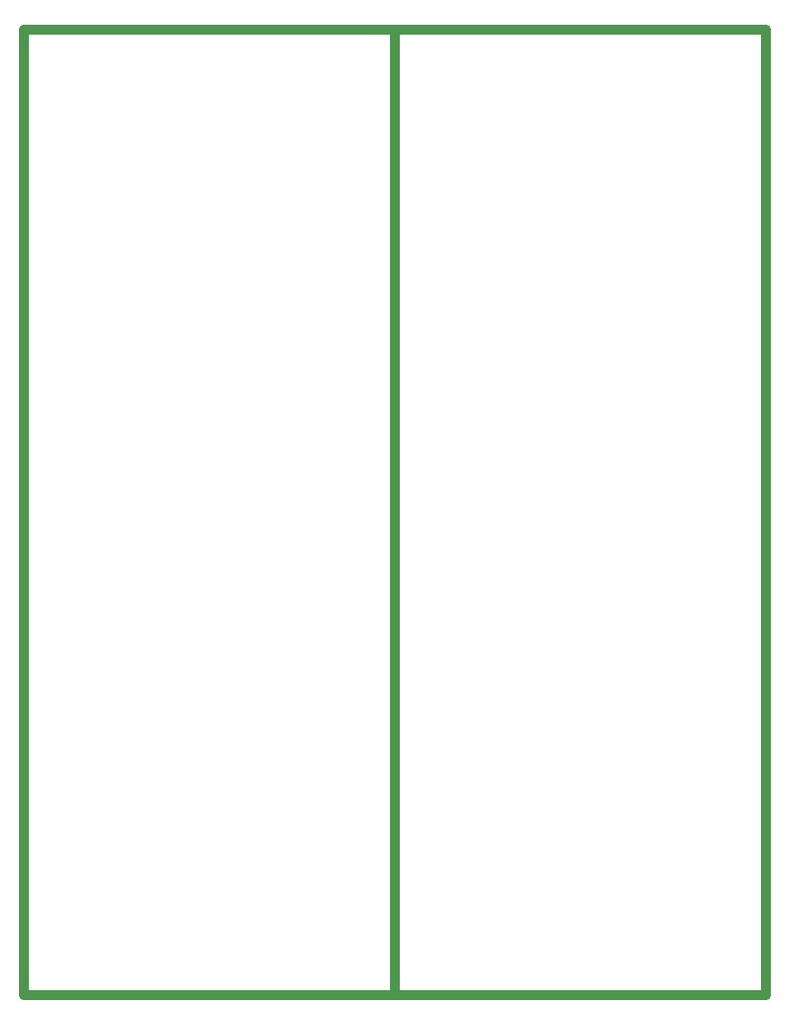
<source format=gbr>
%TF.GenerationSoftware,KiCad,Pcbnew,6.0.10-86aedd382b~118~ubuntu22.04.1*%
%TF.CreationDate,2022-12-28T16:13:35+01:00*%
%TF.ProjectId,BM83_breadboard_adapter_panel,424d3833-5f62-4726-9561-64626f617264,rev?*%
%TF.SameCoordinates,Original*%
%TF.FileFunction,Profile,NP*%
%FSLAX46Y46*%
G04 Gerber Fmt 4.6, Leading zero omitted, Abs format (unit mm)*
G04 Created by KiCad (PCBNEW 6.0.10-86aedd382b~118~ubuntu22.04.1) date 2022-12-28 16:13:35*
%MOMM*%
%LPD*%
G01*
G04 APERTURE LIST*
%TA.AperFunction,Profile*%
%ADD10C,1.000000*%
%TD*%
G04 APERTURE END LIST*
D10*
X230682800Y-83743800D02*
X230682800Y-182803800D01*
X192582800Y-83743800D02*
X192582800Y-182803800D01*
X192582800Y-83743800D02*
X230682800Y-83743800D01*
X192582800Y-182803800D02*
X230682800Y-182803800D01*
X154482800Y-83743800D02*
X192582800Y-83743800D01*
X154482800Y-182803800D02*
X192582800Y-182803800D01*
X192582800Y-83743800D02*
X192582800Y-182803800D01*
X154482800Y-83743800D02*
X154482800Y-182803800D01*
M02*

</source>
